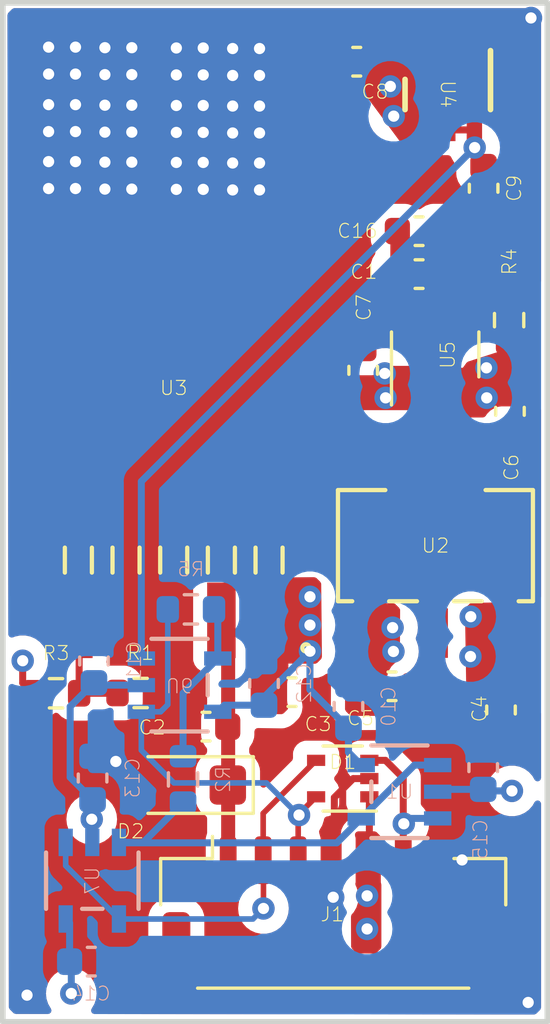
<source format=kicad_pcb>
(kicad_pcb (version 20221018) (generator pcbnew)
  (layers (0 "F.Cu" signal) (1 "In1.Cu" signal "GROUND") (2 "In2.Cu" signal "7.5V_PLANE") (3 "In3.Cu" signal "5s_PLANE") (4 "In4.Cu" signal) (31 "B.Cu" signal) (34 "B.Paste" user) (35 "F.Paste" user) (36 "B.SilkS" user "B.Silkscreen") (37 "F.SilkS" user "F.Silkscreen") (38 "B.Mask" user) (39 "F.Mask" user) (44 "Edge.Cuts" user))
  (net 0 "")
  (net 1 "-5V")
  (net 2 "GND")
  (net 3 "+5V")
  (net 4 "Net-(U5-EN)")
  (net 5 "Net-(U5-C1+)")
  (net 6 "Net-(U5-C1-)")
  (net 7 "+BATT")
  (net 8 "+7.5V")
  (net 9 "+2V5")
  (net 10 "Net-(U3-ADJ)")
  (net 11 "/DATA+")
  (net 12 "/DATA-")
  (net 13 "/DATA_SIN")
  (net 14 "/BUFFERED_DATA")
  (net 15 "Net-(U6-'-IN)")
  (footprint "Library:DBV0006A_L" (layer "F.Cu") (at 153.604998 65.185001 -90)
    (fp_text reference "U4" (at 0 0 -90 unlocked) (layer "F.SilkS") (effects (font (size 0.5 0.5) (thickness 0.04))))
    (fp_text value "REF3425IDBVR" hide)
    (fp_line (start -1.549999 -1.525001) (end 0.549999 -1.525001) (stroke (width 0.2)) (layer "F.SilkS"))
    (fp_line (start -0.525 1.525001) (end 0.549999 1.525001) (stroke (width 0.2)) (layer "F.SilkS"))
    (pad "1" smd rect (at -1.275001 -0.950001) (size 0.549999 0.800001) (layers "F.Cu" "F.Paste" "F.Mask") (net 2 "GND"))
    (pad "2" smd rect (at -1.275001 0) (size 0.549999 0.800001) (layers "F.Cu" "F.Paste" "F.Mask") (net 2 "GND"))
    (pad "3" smd rect (at -1.275001 0.949998) (size 0.549999 0.800001) (layers "F.Cu" "F.Paste" "F.Mask") (net 3 "+5V"))
    (pad "4" smd rect (at 1.274999 0.949998) (size 0.549999 0.800001) (layers "F.Cu" "F.Paste" "F.Mask") (net 3 "+5V"))
    (pad "5" smd rect (at 1.274999 0) (size 0.549999 0.800001) (layers "F.Cu" "F.Paste" "F.Mask") (net 9 "+2V5"))
    (pad "6" smd rect (at 1.274999 -0.950001) (size 0.549999 0.800001) (layers "F.Cu" "F.Paste" "F.Mask") (net 9 "+2V5"))
  )
  (footprint "Capacitor_SMD:C_0603_1608Metric" (layer "F.Cu") (at 152.58 71.6 180)
    (fp_text reference "C1" (at 1.97 0.08) (layer "F.SilkS") (effects (font (size 0.5 0.5) (thickness 0.04))))
    (fp_text value "2.2u" hide)
    (fp_line (start -0.14058 -0.51) (end 0.14058 -0.51) (stroke (width 0.12)) (layer "F.SilkS"))
    (fp_line (start -0.14058 0.51) (end 0.14058 0.51) (stroke (width 0.12)) (layer "F.SilkS"))
    (pad "1" smd roundrect (at -0.775 0 180) (size 0.9 0.95) (layers "F.Cu" "F.Paste" "F.Mask") (net 5 "Net-(U5-C1+)"))
    (pad "2" smd roundrect (at 0.775 0 180) (size 0.9 0.95) (layers "F.Cu" "F.Paste" "F.Mask") (net 6 "Net-(U5-C1-)"))
  )
  (footprint "Capacitor_SMD:C_0603_1608Metric" (layer "F.Cu") (at 151.615 86.29)
    (fp_text reference "C5" (at -1.125 1.14) (layer "F.SilkS") (effects (font (size 0.5 0.5) (thickness 0.04))))
    (fp_text value "470u" hide)
    (fp_line (start -0.14058 -0.51) (end 0.14058 -0.51) (stroke (width 0.12)) (layer "F.SilkS"))
    (fp_line (start -0.14058 0.51) (end 0.14058 0.51) (stroke (width 0.12)) (layer "F.SilkS"))
    (pad "1" smd roundrect (at -0.775 0) (size 0.9 0.95) (layers "F.Cu" "F.Paste" "F.Mask") (net 3 "+5V"))
    (pad "2" smd roundrect (at 0.775 0) (size 0.9 0.95) (layers "F.Cu" "F.Paste" "F.Mask") (net 2 "GND"))
  )
  (footprint "Capacitor_SMD:C_0603_1608Metric" (layer "F.Cu") (at 150.354999 64.03 180)
    (fp_text reference "C8" (at -0.65 -1.07) (layer "F.SilkS") (effects (font (size 0.5 0.5) (thickness 0.04))))
    (fp_text value "2.2u" hide)
    (fp_line (start -0.14058 -0.51) (end 0.14058 -0.51) (stroke (width 0.12)) (layer "F.SilkS"))
    (fp_line (start -0.14058 0.51) (end 0.14058 0.51) (stroke (width 0.12)) (layer "F.SilkS"))
    (pad "1" smd roundrect (at -0.775 0 180) (size 0.9 0.95) (layers "F.Cu" "F.Paste" "F.Mask") (net 3 "+5V"))
    (pad "2" smd roundrect (at 0.775 0 180) (size 0.9 0.95) (layers "F.Cu" "F.Paste" "F.Mask") (net 2 "GND"))
  )
  (footprint "Capacitor_SMD:C_0603_1608Metric" (layer "F.Cu") (at 144.975 87.73 180)
    (fp_text reference "C2" (at 1.925 -0.03) (layer "F.SilkS") (effects (font (size 0.5 0.5) (thickness 0.04))))
    (fp_text value "470u" hide)
    (fp_line (start -0.14058 -0.51) (end 0.14058 -0.51) (stroke (width 0.12)) (layer "F.SilkS"))
    (fp_line (start -0.14058 0.51) (end 0.14058 0.51) (stroke (width 0.12)) (layer "F.SilkS"))
    (pad "1" smd roundrect (at -0.775 0 180) (size 0.9 0.95) (layers "F.Cu" "F.Paste" "F.Mask") (net 7 "+BATT"))
    (pad "2" smd roundrect (at 0.775 0 180) (size 0.9 0.95) (layers "F.Cu" "F.Paste" "F.Mask") (net 2 "GND"))
  )
  (footprint "Connector_Molex:Molex_CLIK-Mate_502386-0770_1x07-1MP_P1.25mm_Horizontal" (layer "F.Cu") (at 149.515 94.34)
    (fp_text reference "J1" (at -0.03 0.08) (layer "F.SilkS") (effects (font (size 0.5 0.5) (thickness 0.04))))
    (fp_text value "Conn_01x07" hide)
    (fp_line (start -6.16 -1.91) (end -4.31 -1.91) (stroke (width 0.12)) (layer "F.SilkS"))
    (fp_line (start -6.16 -0.26) (end -6.16 -1.91) (stroke (width 0.12)) (layer "F.SilkS"))
    (fp_line (start -4.84 2.71) (end 4.84 2.71) (stroke (width 0.12)) (layer "F.SilkS"))
    (fp_line (start -4.31 -1.91) (end -4.31 -2.7) (stroke (width 0.12)) (layer "F.SilkS"))
    (fp_line (start 6.16 -1.91) (end 4.31 -1.91) (stroke (width 0.12)) (layer "F.SilkS"))
    (fp_line (start 6.16 -0.26) (end 6.16 -1.91) (stroke (width 0.12)) (layer "F.SilkS"))
    (pad "1" smd roundrect (at -3.75 -1.85) (size 0.6 1.7) (layers "F.Cu" "F.Paste" "F.Mask") (net 7 "+BATT"))
    (pad "2" smd roundrect (at -2.5 -1.85) (size 0.6 1.7) (layers "F.Cu" "F.Paste" "F.Mask") (net 11 "/DATA+"))
    (pad "3" smd roundrect (at -1.25 -1.85) (size 0.6 1.7) (layers "F.Cu" "F.Paste" "F.Mask") (net 12 "/DATA-"))
    (pad "4" smd roundrect (at 0 -1.85) (size 0.6 1.7) (layers "F.Cu" "F.Paste" "F.Mask") (net 2 "GND"))
    (pad "5" smd roundrect (at 1.25 -1.85) (size 0.6 1.7) (layers "F.Cu" "F.Paste" "F.Mask") (net 3 "+5V"))
    (pad "6" smd roundrect (at 2.5 -1.85) (size 0.6 1.7) (layers "F.Cu" "F.Paste" "F.Mask") (net 13 "/DATA_SIN"))
    (pad "7" smd roundrect (at 3.75 -1.85) (size 0.6 1.7) (layers "F.Cu" "F.Paste" "F.Mask") (net 2 "GND"))
    (pad "MP" smd roundrect (at -5.6 1.35) (size 1 2.7) (layers "F.Cu" "F.Paste" "F.Mask"))
    (pad "MP" smd roundrect (at 5.6 1.35) (size 1 2.7) (layers "F.Cu" "F.Paste" "F.Mask"))
  )
  (footprint "Capacitor_SMD:C_0603_1608Metric" (layer "F.Cu") (at 150.585 75.03 90)
    (fp_text reference "C7" (at 2.24 0.02 90) (layer "F.SilkS") (effects (font (size 0.5 0.5) (thickness 0.04))))
    (fp_text value "2.2u" hide)
    (fp_line (start -0.14058 -0.51) (end 0.14058 -0.51) (stroke (width 0.12)) (layer "F.SilkS"))
    (fp_line (start -0.14058 0.51) (end 0.14058 0.51) (stroke (width 0.12)) (layer "F.SilkS"))
    (pad "1" smd roundrect (at -0.775 0 90) (size 0.9 0.95) (layers "F.Cu" "F.Paste" "F.Mask") (net 1 "-5V"))
    (pad "2" smd roundrect (at 0.775 0 90) (size 0.9 0.95) (layers "F.Cu" "F.Paste" "F.Mask") (net 2 "GND"))
  )
  (footprint "Resistor_SMD:R_0603_1608Metric" (layer "F.Cu") (at 139.62 86.54)
    (fp_text reference "R3" (at 0 -1.43) (layer "F.SilkS") (effects (font (size 0.5 0.5) (thickness 0.04))))
    (fp_text value "5k" hide)
    (fp_line (start -0.237258 -0.5225) (end 0.237258 -0.5225) (stroke (width 0.12)) (layer "F.SilkS"))
    (fp_line (start -0.237258 0.5225) (end 0.237258 0.5225) (stroke (width 0.12)) (layer "F.SilkS"))
    (pad "1" smd roundrect (at -0.825 0) (size 0.8 0.95) (layers "F.Cu" "F.Paste" "F.Mask") (net 8 "+7.5V"))
    (pad "2" smd roundrect (at 0.825 0) (size 0.8 0.95) (layers "F.Cu" "F.Paste" "F.Mask") (net 10 "Net-(U3-ADJ)"))
  )
  (footprint "Resistor_SMD:R_0603_1608Metric" (layer "F.Cu") (at 142.64 86.53)
    (fp_text reference "R1" (at 0 -1.43) (layer "F.SilkS") (effects (font (size 0.5 0.5) (thickness 0.04))))
    (fp_text value "1k" hide)
    (fp_line (start -0.237258 -0.5225) (end 0.237258 -0.5225) (stroke (width 0.12)) (layer "F.SilkS"))
    (fp_line (start -0.237258 0.5225) (end 0.237258 0.5225) (stroke (width 0.12)) (layer "F.SilkS"))
    (pad "1" smd roundrect (at -0.825 0) (size 0.8 0.95) (layers "F.Cu" "F.Paste" "F.Mask") (net 10 "Net-(U3-ADJ)"))
    (pad "2" smd roundrect (at 0.825 0) (size 0.8 0.95) (layers "F.Cu" "F.Paste" "F.Mask") (net 2 "GND"))
  )
  (footprint "Diode_SMD:D_SMF" (layer "F.Cu") (at 144.3025 89.81 180)
    (fp_text reference "D2" (at 2.0175 -1.65) (layer "F.SilkS") (effects (font (size 0.5 0.5) (thickness 0.04))))
    (fp_text value "SMF24A" hide)
    (fp_line (start -2.36 -1.01) (end -2.36 1.01) (stroke (width 0.12)) (layer "F.SilkS"))
    (fp_line (start -2.36 -1.01) (end 1.4 -1.01) (stroke (width 0.12)) (layer "F.SilkS"))
    (fp_line (start -2.36 1.01) (end 1.4 1.01) (stroke (width 0.12)) (layer "F.SilkS"))
    (pad "1" smd roundrect (at -1.45 0 180) (size 1.3 1.4) (layers "F.Cu" "F.Paste" "F.Mask") (roundrect_rratio 0.1923076923) (net 7 "+BATT"))
    (pad "2" smd roundrect (at 1.45 0 180) (size 1.3 1.4) (layers "F.Cu" "F.Paste" "F.Mask") (roundrect_rratio 0.1923076923) (net 2 "GND"))
  )
  (footprint "Capacitor_SMD:C_0603_1608Metric" (layer "F.Cu") (at 155.825 76.49 -90)
    (fp_text reference "C6" (at 2 -0.05 90) (layer "F.SilkS") (effects (font (size 0.5 0.5) (thickness 0.04))))
    (fp_text value "2.2u" hide)
    (fp_line (start -0.14058 -0.51) (end 0.14058 -0.51) (stroke (width 0.12)) (layer "F.SilkS"))
    (fp_line (start -0.14058 0.51) (end 0.14058 0.51) (stroke (width 0.12)) (layer "F.SilkS"))
    (pad "1" smd roundrect (at -0.775 0 270) (size 0.9 0.95) (layers "F.Cu" "F.Paste" "F.Mask") (net 3 "+5V"))
    (pad "2" smd roundrect (at 0.775 0 270) (size 0.9 0.95) (layers "F.Cu" "F.Paste" "F.Mask") (net 2 "GND"))
  )
  (footprint "Capacitor_SMD:C_0603_1608Metric" (layer "F.Cu") (at 155.505 87.135 -90)
    (fp_text reference "C4" (at -0.04 0.77 90) (layer "F.SilkS") (effects (font (size 0.5 0.5) (thickness 0.04))))
    (fp_text value "470u" hide)
    (fp_line (start -0.14058 -0.51) (end 0.14058 -0.51) (stroke (width 0.12)) (layer "F.SilkS"))
    (fp_line (start -0.14058 0.51) (end 0.14058 0.51) (stroke (width 0.12)) (layer "F.SilkS"))
    (pad "1" smd roundrect (at -0.775 0 270) (size 0.9 0.95) (layers "F.Cu" "F.Paste" "F.Mask") (net 8 "+7.5V"))
    (pad "2" smd roundrect (at 0.775 0 270) (size 0.9 0.95) (layers "F.Cu" "F.Paste" "F.Mask") (net 2 "GND"))
  )
  (footprint "Capacitor_SMD:C_0603_1608Metric" (layer "F.Cu") (at 152.58 70.07 180)
    (fp_text reference "C16" (at 2.2 0.01) (layer "F.SilkS") (effects (font (size 0.5 0.5) (thickness 0.04))))
    (fp_text value "2.2u" hide)
    (fp_line (start -0.14058 -0.51) (end 0.14058 -0.51) (stroke (width 0.12)) (layer "F.SilkS"))
    (fp_line (start -0.14058 0.51) (end 0.14058 0.51) (stroke (width 0.12)) (layer "F.SilkS"))
    (pad "1" smd roundrect (at -0.775 0 180) (size 0.9 0.95) (layers "F.Cu" "F.Paste" "F.Mask") (net 5 "Net-(U5-C1+)"))
    (pad "2" smd roundrect (at 0.775 0 180) (size 0.9 0.95) (layers "F.Cu" "F.Paste" "F.Mask") (net 6 "Net-(U5-C1-)"))
  )
  (footprint "Capacitor_SMD:C_0603_1608Metric" (layer "F.Cu") (at 148.045 86.5)
    (fp_text reference "C3" (at 0.93 1.14) (layer "F.SilkS") (effects (font (size 0.5 0.5) (thickness 0.04))))
    (fp_text value "470u" hide)
    (fp_line (start -0.14058 -0.51) (end 0.14058 -0.51) (stroke (width 0.12)) (layer "F.SilkS"))
    (fp_line (start -0.14058 0.51) (end 0.14058 0.51) (stroke (width 0.12)) (layer "F.SilkS"))
    (pad "1" smd roundrect (at -0.775 0) (size 0.9 0.95) (layers "F.Cu" "F.Paste" "F.Mask") (net 8 "+7.5V"))
    (pad "2" smd roundrect (at 0.775 0) (size 0.9 0.95) (layers "F.Cu" "F.Paste" "F.Mask") (net 2 "GND"))
  )
  (footprint "Library:TS5B" (layer "F.Cu") (at 143.8214 75.6596)
    (fp_text reference "U3" (at 0 0 unlocked) (layer "F.SilkS") (effects (font (size 0.5 0.5) (thickness 0.04))))
    (fp_text value "LM2941CS" hide)
    (fp_line (start -3.8862 5.6896) (end -3.8862 6.5786) (stroke (width 0.1524)) (layer "F.SilkS"))
    (fp_line (start -2.921 5.6896) (end -2.921 6.5786) (stroke (width 0.1524)) (layer "F.SilkS"))
    (fp_line (start -2.1844 5.6896) (end -2.1844 6.5786) (stroke (width 0.1524)) (layer "F.SilkS"))
    (fp_line (start -1.2192 5.6896) (end -1.2192 6.5786) (stroke (width 0.1524)) (layer "F.SilkS"))
    (fp_line (start -0.4826 5.6896) (end -0.4826 6.5786) (stroke (width 0.1524)) (layer "F.SilkS"))
    (fp_line (start 0.4826 5.6896) (end 0.4826 6.5786) (stroke (width 0.1524)) (layer "F.SilkS"))
    (fp_line (start 1.2192 5.6896) (end 1.2192 6.5786) (stroke (width 0.1524)) (layer "F.SilkS"))
    (fp_line (start 2.1844 5.6896) (end 2.1844 6.5786) (stroke (width 0.1524)) (layer "F.SilkS"))
    (fp_line (start 2.921 5.6896) (end 2.921 6.5786) (stroke (width 0.1524)) (layer "F.SilkS"))
    (fp_line (start 3.8862 5.6896) (end 3.8862 6.5786) (stroke (width 0.1524)) (layer "F.SilkS"))
    (pad "1" smd rect (at -3.4036 8.2804) (size 1.016 2.6924) (layers "F.Cu" "F.Paste" "F.Mask") (net 10 "Net-(U3-ADJ)"))
    (pad "2" smd rect (at -1.7018 8.2804) (size 1.016 2.6924) (layers "F.Cu" "F.Paste" "F.Mask") (net 2 "GND"))
    (pad "3" smd rect (at 0 8.2804) (size 1.016 2.6924) (layers "F.Cu" "F.Paste" "F.Mask") (net 2 "GND"))
    (pad "4" smd rect (at 1.7018 8.2804) (size 1.016 2.6924) (layers "F.Cu" "F.Paste" "F.Mask") (net 7 "+BATT"))
    (pad "5" smd rect (at 3.4036 8.2804) (size 1.016 2.6924) (layers "F.Cu" "F.Paste" "F.Mask") (net 8 "+7.5V"))
    (pad "6" smd rect (at 0 -0.1524) (size 10.414 10.4648) (layers "F.Cu" "F.Paste" "F.Mask") (net 2 "GND"))
  )
  (footprint "Package_TO_SOT_SMD:SOT-23-6" (layer "F.Cu") (at 153.155 74.4625 90)
    (fp_text reference "U5" (at -0.02 0.45 90) (layer "F.SilkS") (effects (font (size 0.5 0.5) (thickness 0.04))))
    (fp_text value "LM2776" hide)
    (fp_line (start 0 -1.56) (end -1.8 -1.56) (stroke (width 0.12)) (layer "F.SilkS"))
    (fp_line (start 0 -1.56) (end 0.8 -1.56) (stroke (width 0.12)) (layer "F.SilkS"))
    (fp_line (start 0 1.56) (end -0.8 1.56) (stroke (width 0.12)) (layer "F.SilkS"))
    (fp_line (start 0 1.56) (end 0.8 1.56) (stroke (width 0.12)) (layer "F.SilkS"))
    (pad "1" smd roundrect (at -1.1375 -0.95 90) (size 1.325 0.6) (layers "F.Cu" "F.Paste" "F.Mask") (net 1 "-5V"))
    (pad "2" smd roundrect (at -1.1375 0 90) (size 1.325 0.6) (layers "F.Cu" "F.Paste" "F.Mask") (net 2 "GND"))
    (pad "3" smd roundrect (at -1.1375 0.95 90) (size 1.325 0.6) (layers "F.Cu" "F.Paste" "F.Mask") (net 3 "+5V"))
    (pad "4" smd roundrect (at 1.1375 0.95 90) (size 1.325 0.6) (layers "F.Cu" "F.Paste" "F.Mask") (net 4 "Net-(U5-EN)"))
    (pad "5" smd roundrect (at 1.1375 0 90) (size 1.325 0.6) (layers "F.Cu" "F.Paste" "F.Mask") (net 5 "Net-(U5-C1+)"))
    (pad "6" smd roundrect (at 1.1375 -0.95 90) (size 1.325 0.6) (layers "F.Cu" "F.Paste" "F.Mask") (net 6 "Net-(U5-C1-)"))
  )
  (footprint "Capacitor_SMD:C_0603_1608Metric" (layer "F.Cu") (at 154.885 68.54 -90)
    (fp_text reference "C9" (at 0 -1.09 90) (layer "F.SilkS") (effects (font (size 0.5 0.5) (thickness 0.04))))
    (fp_text value "10u" hide)
    (fp_line (start -0.14058 -0.51) (end 0.14058 -0.51) (stroke (width 0.12)) (layer "F.SilkS"))
    (fp_line (start -0.14058 0.51) (end 0.14058 0.51) (stroke (width 0.12)) (layer "F.SilkS"))
    (pad "1" smd roundrect (at -0.775 0 270) (size 0.9 0.95) (layers "F.Cu" "F.Paste" "F.Mask") (net 9 "+2V5"))
    (pad "2" smd roundrect (at 0.775 0 270) (size 0.9 0.95) (layers "F.Cu" "F.Paste" "F.Mask") (net 2 "GND"))
  )
  (footprint "Package_TO_SOT_SMD:SOT-353_SC-70-5" (layer "F.Cu") (at 149.855 89.58 180)
    (fp_text reference "D1" (at 0 0.59) (layer "F.SilkS") (effects (font (size 0.5 0.5) (thickness 0.04))))
    (fp_text value "SP0504BAJT" hide)
    (fp_line (start -0.7 1.16) (end 0.7 1.16) (stroke (width 0.12)) (layer "F.SilkS"))
    (fp_line (start 0.7 -1.16) (end -1.2 -1.16) (stroke (width 0.12)) (layer "F.SilkS"))
    (pad "1" smd rect (at -0.95 -0.65 180) (size 0.65 0.4) (layers "F.Cu" "F.Paste" "F.Mask") (net 3 "+5V"))
    (pad "2" smd rect (at -0.95 0 180) (size 0.65 0.4) (layers "F.Cu" "F.Paste" "F.Mask") (net 2 "GND"))
    (pad "3" smd rect (at -0.95 0.65 180) (size 0.65 0.4) (layers "F.Cu" "F.Paste" "F.Mask") (net 13 "/DATA_SIN"))
    (pad "4" smd rect (at 0.95 0.65 180) (size 0.65 0.4) (layers "F.Cu" "F.Paste" "F.Mask") (net 11 "/DATA+"))
    (pad "5" smd rect (at 0.95 -0.65 180) (size 0.65 0.4) (layers "F.Cu" "F.Paste" "F.Mask") (net 12 "/DATA-"))
  )
  (footprint "Resistor_SMD:R_0603_1608Metric" (layer "F.Cu") (at 155.795 73.24 -90)
    (fp_text reference "R4" (at -2.08 -0.01 90) (layer "F.SilkS") (effects (font (size 0.5 0.5) (thickness 0.04))))
    (fp_text value "1k" hide)
    (fp_line (start -0.237258 -0.5225) (end 0.237258 -0.5225) (stroke (width 0.12)) (layer "F.SilkS"))
    (fp_line (start -0.237258 0.5225) (end 0.237258 0.5225) (stroke (width 0.12)) (layer "F.SilkS"))
    (pad "1" smd roundrect (at -0.825 0 270) (size 0.8 0.95) (layers "F.Cu" "F.Paste" "F.Mask") (net 4 "Net-(U5-EN)"))
    (pad "2" smd roundrect (at 0.825 0 270) (size 0.8 0.95) (layers "F.Cu" "F.Paste" "F.Mask") (net 3 "+5V"))
  )
  (footprint "Library:DCY4_TEX" (layer "F.Cu") (at 153.165 81.27785)
    (fp_text reference "U2" (at 0 0 unlocked) (layer "F.SilkS") (effects (font (size 0.5 0.5) (thickness 0.04))))
    (fp_text value "UA78M05QDCYRG4Q1" hide)
    (fp_line (start -3.4798 -1.9812) (end -3.4798 1.9812) (stroke (width 0.1524)) (layer "F.SilkS"))
    (fp_line (start -3.4798 1.9812) (end -2.970842 1.9812) (stroke (width 0.1524)) (layer "F.SilkS"))
    (fp_line (start -1.789742 -1.9812) (end -3.4798 -1.9812) (stroke (width 0.1524)) (layer "F.SilkS"))
    (fp_line (start -1.651958 1.9812) (end -0.659442 1.9812) (stroke (width 0.1524)) (layer "F.SilkS"))
    (fp_line (start 0.659442 1.9812) (end 1.651958 1.9812) (stroke (width 0.1524)) (layer "F.SilkS"))
    (fp_line (start 2.970842 1.9812) (end 3.4798 1.9812) (stroke (width 0.1524)) (layer "F.SilkS"))
    (fp_line (start 3.4798 -1.9812) (end 1.789742 -1.9812) (stroke (width 0.1524)) (layer "F.SilkS"))
    (fp_line (start 3.4798 1.9812) (end 3.4798 -1.9812) (stroke (width 0.1524)) (layer "F.SilkS"))
    (fp_circle (center -4.6228 3.6449) (end -4.4958 3.6449) (stroke (width 0.1524)) (fill none) (layer "F.SilkS"))
    (pad "1" smd rect (at -2.3114 3.11785) (size 0.889 1.7653) (layers "F.Cu" "F.Paste" "F.Mask") (net 3 "+5V"))
    (pad "2" smd rect (at 0 3.11785) (size 0.889 1.7653) (layers "F.Cu" "F.Paste" "F.Mask") (net 2 "GND"))
    (pad "3" smd rect (at 2.3114 3.11785) (size 0.889 1.7653) (layers "F.Cu" "F.Paste" "F.Mask") (net 8 "+7.5V"))
    (pad "4" smd rect (at 0 -3.11785) (size 3.1496 1.7653) (layers "F.Cu" "F.Paste" "F.Mask") (net 2 "GND"))
  )
  (footprint "Capacitor_SMD:C_0603_1608Metric" (layer "B.Cu") (at 147.045 86.189998 90)
    (fp_text reference "C12" (at 0 1.43 90) (layer "B.SilkS") (effects (font (size 0.5 0.5) (thickness 0.04)) (justify mirror)))
    (fp_text value "2.2u" hide)
    (fp_line (start -0.14058 -0.51) (end 0.14058 -0.51) (stroke (width 0.12)) (layer "B.SilkS"))
    (fp_line (start -0.14058 0.51) (end 0.14058 0.51) (stroke (width 0.12)) (layer "B.SilkS"))
    (pad "1" smd roundrect (at -0.775 0 90) (size 0.9 0.95) (layers "B.Cu" "B.Paste" "B.Mask") (net 8 "+7.5V"))
    (pad "2" smd roundrect (at 0.775 0 90) (size 0.9 0.95) (layers "B.Cu" "B.Paste" "B.Mask") (net 2 "GND"))
  )
  (footprint "Capacitor_SMD:C_0603_1608Metric" (layer "B.Cu") (at 140.975 85.389998 90)
    (fp_text reference "C11" (at 0 1.43 90) (layer "B.SilkS") (effects (font (size 0.5 0.5) (thickness 0.04)) (justify mirror)))
    (fp_text value "2.2u" hide)
    (fp_line (start -0.14058 -0.51) (end 0.14058 -0.51) (stroke (width 0.12)) (layer "B.SilkS"))
    (fp_line (start -0.14058 0.51) (end 0.14058 0.51) (stroke (width 0.12)) (layer "B.SilkS"))
    (pad "1" smd roundrect (at -0.775 0 90) (size 0.9 0.95) (layers "B.Cu" "B.Paste" "B.Mask") (net 1 "-5V"))
    (pad "2" smd roundrect (at 0.775 0 90) (size 0.9 0.95) (layers "B.Cu" "B.Paste" "B.Mask") (net 2 "GND"))
  )
  (footprint "Capacitor_SMD:C_0603_1608Metric" (layer "B.Cu") (at 150.05975 87.010001 90)
    (fp_text reference "C10" (at 0 1.43 90) (layer "B.SilkS") (effects (font (size 0.5 0.5) (thickness 0.04)) (justify mirror)))
    (fp_text value "2.2u" hide)
    (fp_line (start -0.14058 -0.51) (end 0.14058 -0.51) (stroke (width 0.12)) (layer "B.SilkS"))
    (fp_line (start -0.14058 0.51) (end 0.14058 0.51) (stroke (width 0.12)) (layer "B.SilkS"))
    (pad "1" smd roundrect (at -0.775 0 90) (size 0.9 0.95) (layers "B.Cu" "B.Paste" "B.Mask") (net 8 "+7.5V"))
    (pad "2" smd roundrect (at 0.775 0 90) (size 0.9 0.95) (layers "B.Cu" "B.Paste" "B.Mask") (net 2 "GND"))
  )
  (footprint "Capacitor_SMD:C_0603_1608Metric" (layer "B.Cu") (at 140.925001 89.56025 90)
    (fp_text reference "C13" (at 0 1.43 90) (layer "B.SilkS") (effects (font (size 0.5 0.5) (thickness 0.04)) (justify mirror)))
    (fp_text value "2.2u" hide)
    (fp_line (start -0.14058 -0.51) (end 0.14058 -0.51) (stroke (width 0.12)) (layer "B.SilkS"))
    (fp_line (start -0.14058 0.51) (end 0.14058 0.51) (stroke (width 0.12)) (layer "B.SilkS"))
    (pad "1" smd roundrect (at -0.775 0 90) (size 0.9 0.95) (layers "B.Cu" "B.Paste" "B.Mask") (net 1 "-5V"))
    (pad "2" smd roundrect (at 0.775 0 90) (size 0.9 0.95) (layers "B.Cu" "B.Paste" "B.Mask") (net 2 "GND"))
  )
  (footprint "Resistor_SMD:R_0603_1608Metric" (layer "B.Cu") (at 144.155 89.61 90)
    (fp_text reference "R2" (at 0 1.43 90) (layer "B.SilkS") (effects (font (size 0.5 0.5) (thickness 0.04)) (justify mirror)))
    (fp_text value "1k" hide)
    (fp_line (start -0.237258 -0.5225) (end 0.237258 -0.5225) (stroke (width 0.12)) (layer "B.SilkS"))
    (fp_line (start -0.237258 0.5225) (end 0.237258 0.5225) (stroke (width 0.12)) (layer "B.SilkS"))
    (pad "1" smd roundrect (at -0.825 0 90) (size 0.8 0.95) (layers "B.Cu" "B.Paste" "B.Mask") (net 14 "/BUFFERED_DATA"))
    (pad "2" smd roundrect (at 0.825 0 90) (size 0.8 0.95) (layers "B.Cu" "B.Paste" "B.Mask") (net 15 "Net-(U6-'-IN)"))
  )
  (footprint "Library:DBV5_TEX" (layer "B.Cu") (at 151.87975 90.050001 180)
    (fp_text reference "U1" (at 0 0 unlocked) (layer "B.SilkS") (effects (font (size 0.5 0.5) (thickness 0.04)) (justify mirror)))
    (fp_text value "OPA187IDBVR" hide)
    (fp_line (start -1.0033 -1.651) (end 1.0033 -1.651) (stroke (width 0.1524)) (layer "B.SilkS"))
    (fp_line (start 1.0033 -0.363261) (end 1.0033 0.363261) (stroke (width 0.1524)) (layer "B.SilkS"))
    (fp_line (start 1.0033 1.651) (end -1.0033 1.651) (stroke (width 0.1524)) (layer "B.SilkS"))
    (pad "1" smd rect (at -1.36525 0.950001 180) (size 0.9779 0.508) (layers "B.Cu" "B.Paste" "B.Mask") (net 14 "/BUFFERED_DATA"))
    (pad "2" smd rect (at -1.36525 0 180) (size 0.9779 0.508) (layers "B.Cu" "B.Paste" "B.Mask") (net 1 "-5V"))
    (pad "3" smd rect (at -1.36525 -0.950001 180) (size 0.9779 0.508) (layers "B.Cu" "B.Paste" "B.Mask") (net 13 "/DATA_SIN"))
    (pad "4" smd rect (at 1.36525 -0.950001 180) (size 0.9779 0.508) (layers "B.Cu" "B.Paste" "B.Mask") (net 14 "/BUFFERED_DATA"))
    (pad "5" smd rect (at 1.36525 0.950001 180) (size 0.9779 0.508) (layers "B.Cu" "B.Paste" "B.Mask") (net 8 "+7.5V"))
  )
  (footprint "Library:DBV5_TEX" (layer "B.Cu") (at 140.915 93.22 -90)
    (fp_text reference "U7" (at 0 0 90 unlocked) (layer "B.SilkS") (effects (font (size 0.5 0.5) (thickness 0.04)) (justify mirror)))
    (fp_text value "OPA187IDBVR" hide)
    (fp_line (start -1.0033 -1.651) (end 1.0033 -1.651) (stroke (width 0.1524)) (layer "B.SilkS"))
    (fp_line (start 1.0033 -0.363261) (end 1.0033 0.363261) (stroke (width 0.1524)) (layer "B.SilkS"))
    (fp_line (start 1.0033 1.651) (end -1.0033 1.651) (stroke (width 0.1524)) (layer "B.SilkS"))
    (pad "1" smd rect (at -1.36525 0.950001 270) (size 0.9779 0.508) (layers "B.Cu" "B.Paste" "B.Mask") (net 11 "/DATA+"))
    (pad "2" smd rect (at -1.36525 0 270) (size 0.9779 0.508) (layers "B.Cu" "B.Paste" "B.Mask") (net 1 "-5V"))
    (pad "3" smd rect (at -1.36525 -0.950001 270) (size 0.9779 0.508) (layers "B.Cu" "B.Paste" "B.Mask") (net 14 "/BUFFERED_DATA"))
    (pad "4" smd rect (at 1.36525 -0.950001 270) (size 0.9779 0.508) (layers "B.Cu" "B.Paste" "B.Mask") (net 11 "/DATA+"))
    (pad "5" smd rect (at 1.36525 0.950001 270) (size 0.9779 0.508) (layers "B.Cu" "B.Paste" "B.Mask") (net 8 "+7.5V"))
  )
  (footprint "Resistor_SMD:R_0603_1608Metric" (layer "B.Cu") (at 144.435 83.549998 180)
    (fp_text reference "R5" (at 0 1.43) (layer "B.SilkS") (effects (font (size 0.5 0.5) (thickness 0.04)) (justify mirror)))
    (fp_text value "1k" hide)
    (fp_line (start -0.237258 -0.5225) (end 0.237258 -0.5225) (stroke (width 0.12)) (layer "B.SilkS"))
    (fp_line (start -0.237258 0.5225) (end 0.237258 0.5225) (stroke (width 0.12)) (layer "B.SilkS"))
    (pad "1" smd roundrect (at -0.825 0 180) (size 0.8 0.95) (layers "B.Cu" "B.Paste" "B.Mask") (net 15 "Net-(U6-'-IN)"))
    (pad "2" smd roundrect (at 0.825 0 180) (size 0.8 0.95) (layers "B.Cu" "B.Paste" "B.Mask") (net 12 "/DATA-"))
  )
  (footprint "Library:DBV5_TEX" (layer "B.Cu") (at 144.03025 86.249999)
    (fp_text reference "U6" (at 0 0 180 unlocked) (layer "B.SilkS") (effects (font (size 0.5 0.5) (thickness 0.04)) (justify mirror)))
    (fp_text value "OPA187IDBVR" hide)
    (fp_line (start -1.0033 -1.651) (end 1.0033 -1.651) (stroke (width 0.1524)) (layer "B.SilkS"))
    (fp_line (start 1.0033 -0.363261) (end 1.0033 0.363261) (stroke (width 0.1524)) (layer "B.SilkS"))
    (fp_line (start 1.0033 1.651) (end -1.0033 1.651) (stroke (width 0.1524)) (layer "B.SilkS"))
    (pad "1" smd rect (at -1.36525 0.950001) (size 0.9779 0.508) (layers "B.Cu" "B.Paste" "B.Mask") (net 12 "/DATA-"))
    (pad "2" smd rect (at -1.36525 0) (size 0.9779 0.508) (layers "B.Cu" "B.Paste" "B.Mask") (net 1 "-5V"))
    (pad "3" smd rect (at -1.36525 -0.950001) (size 0.9779 0.508) (layers "B.Cu" "B.Paste" "B.Mask") (net 9 "+2V5"))
    (pad "4" smd rect (at 1.36525 -0.950001) (size 0.9779 0.508) (layers "B.Cu" "B.Paste" "B.Mask") (net 15 "Net-(U6-'-IN)"))
    (pad "5" smd rect (at 1.36525 0.950001) (size 0.9779 0.508) (layers "B.Cu" "B.Paste" "B.Mask") (net 8 "+7.5V"))
  )
  (footprint "Capacitor_SMD:C_0603_1608Metric" (layer "B.Cu") (at 154.86975 89.190001 90)
    (fp_text reference "C15" (at -2.56 -0.1 90) (layer "B.SilkS") (effects (font (size 0.5 0.5) (thickness 0.04)) (justify mirror)))
    (fp_text value "2.2u" hide)
    (fp_line (start -0.14058 -0.51) (end 0.14058 -0.51) (stroke (width 0.12)) (layer "B.SilkS"))
    (fp_line (start -0.14058 0.51) (end 0.14058 0.51) (stroke (width 0.12)) (layer "B.SilkS"))
    (pad "1" smd roundrect (at -0.775 0 90) (size 0.9 0.95) (layers "B.Cu" "B.Paste" "B.Mask") (net 1 "-5V"))
    (pad "2" smd roundrect (at 0.775 0 90) (size 0.9 0.95) (layers "B.Cu" "B.Paste" "B.Mask") (net 2 "GND"))
  )
  (footprint "Capacitor_SMD:C_0603_1608Metric" (layer "B.Cu") (at 140.880001 96.10525)
    (fp_text reference "C14" (at -0.03 1.14) (layer "B.SilkS") (effects (font (size 0.5 0.5) (thickness 0.04)) (justify mirror)))
    (fp_text value "2.2u" hide)
    (fp_line (start -0.14058 -0.51) (end 0.14058 -0.51) (stroke (width 0.12)) (layer "B.SilkS"))
    (fp_line (start -0.14058 0.51) (end 0.14058 0.51) (stroke (width 0.12)) (layer "B.SilkS"))
    (pad "1" smd roundrect (at -0.775 0) (size 0.9 0.95) (layers "B.Cu" "B.Paste" "B.Mask") (net 8 "+7.5V"))
    (pad "2" smd roundrect (at 0.775 0) (size 0.9 0.95) (layers "B.Cu" "B.Paste" "B.Mask") (net 2 "GND"))
  )
  (gr_rect (start 137.72 61.93) (end 157.16 98.25) (stroke (width 0.2)) (fill none) (layer "Edge.Cuts"))
  (via (at 155.895 90.02) (size 0.8) (drill 0.4) (layers "F.Cu" "B.Cu") (net 1))
  (via (at 151.355 75.14) (size 0.8) (drill 0.4) (layers "F.Cu" "B.Cu") (net 1))
  (via (at 151.385 76.01) (size 0.8) (drill 0.4) (layers "F.Cu" "B.Cu") (net 1))
  (via (at 140.895 91.03) (size 0.8) (drill 0.4) (layers "F.Cu" "B.Cu") (net 1))
  (segment (start 140.975 86.164998) (end 140.125001 87.014997) (width 0.25) (layer "B.Cu") (net 1))
  (segment (start 140.925001 90.999999) (end 140.895 91.03) (width 0.25) (layer "B.Cu") (net 1))
  (segment (start 140.125001 87.014997) (end 140.125001 89.53525) (width 0.25) (layer "B.Cu") (net 1))
  (segment (start 140.915 91.85475) (end 140.915 90.345251) (width 0.25) (layer "B.Cu") (net 1))
  (segment (start 140.125001 89.53525) (end 140.925001 90.33525) (width 0.25) (layer "B.Cu") (net 1))
  (segment (start 140.925001 90.33525) (end 140.925001 90.999999) (width 0.25) (layer "B.Cu") (net 1))
  (segment (start 154.86975 89.965001) (end 153.33 89.965001) (width 0.25) (layer "B.Cu") (net 1))
  (segment (start 155.895 90.02) (end 154.924749 90.02) (width 0.25) (layer "B.Cu") (net 1))
  (segment (start 142.665 86.249999) (end 141.060001 86.249999) (width 0.25) (layer "B.Cu") (net 1))
  (segment (start 150.23 89.58) (end 149.555 90.255) (width 0.25) (layer "F.Cu") (net 2))
  (segment (start 150.805 89.58) (end 150.23 89.58) (width 0.25) (layer "F.Cu") (net 2))
  (segment (start 149.555 92.45) (end 149.515 92.49) (width 0.25) (layer "F.Cu") (net 2))
  (segment (start 149.555 90.255) (end 149.555 92.45) (width 0.25) (layer "F.Cu") (net 2))
  (via (at 149.515 93.81) (size 0.8) (drill 0.4) (layers "F.Cu" "B.Cu") (net 2))
  (via (at 144.875 64.5) (size 0.8) (drill 0.4) (layers "F.Cu" "B.Cu") (net 2))
  (via (at 143.915 66.55) (size 0.8) (drill 0.4) (layers "F.Cu" "B.Cu") (net 2))
  (via (at 156.475 97.56) (size 0.8) (drill 0.4) (layers "F.Cu" "B.Cu") (net 2))
  (via (at 145.925 64.52) (size 0.8) (drill 0.4) (layers "F.Cu" "B.Cu") (net 2))
  (via (at 143.915 64.5) (size 0.8) (drill 0.4) (layers "F.Cu" "B.Cu") (net 2))
  (via (at 143.915 65.59) (size 0.8) (drill 0.4) (layers "F.Cu" "B.Cu") (net 2))
  (via (at 156.575 62.47) (size 0.8) (drill 0.4) (layers "F.Cu" "B.Cu") (net 2))
  (via (at 154.115 92.48) (size 0.8) (drill 0.4) (layers "F.Cu" "B.Cu") (net 2))
  (via (at 140.315 64.47) (size 0.8) (drill 0.4) (layers "F.Cu" "B.Cu") (net 2))
  (via (at 141.365 67.61) (size 0.8) (drill 0.4) (layers "F.Cu" "B.Cu") (net 2))
  (via (at 143.915 63.54) (size 0.8) (drill 0.4) (layers "F.Cu" "B.Cu") (net 2))
  (via (at 146.885 65.61) (size 0.8) (drill 0.4) (layers "F.Cu" "B.Cu") (net 2))
  (via (at 145.925 68.6) (size 0.8) (drill 0.4) (layers "F.Cu" "B.Cu") (net 2))
  (via (at 144.875 65.59) (size 0.8) (drill 0.4) (layers "F.Cu" "B.Cu") (net 2))
  (via (at 144.875 66.55) (size 0.8) (drill 0.4) (layers "F.Cu" "B.Cu") (net 2))
  (via (at 142.325 66.54) (size 0.8) (drill 0.4) (layers "F.Cu" "B.Cu") (net 2))
  (via (at 141.365 65.58) (size 0.8) (drill 0.4) (layers "F.Cu" "B.Cu") (net 2))
  (via (at 142.325 63.53) (size 0.8) (drill 0.4) (layers "F.Cu" "B.Cu") (net 2))
  (via (at 145.925 63.56) (size 0.8) (drill 0.4) (layers "F.Cu" "B.Cu") (net 2))
  (via (at 141.365 63.53) (size 0.8) (drill 0.4) (layers "F.Cu" "B.Cu") (net 2))
  (via (at 140.315 67.59) (size 0.8) (drill 0.4) (layers "F.Cu" "B.Cu") (net 2))
  (via (at 144.875 67.62) (size 0.8) (drill 0.4) (layers "F.Cu" "B.Cu") (net 2))
  (via (at 146.885 66.57) (size 0.8) (drill 0.4) (layers "F.Cu" "B.Cu") (net 2))
  (via (at 146.885 67.64) (size 0.8) (drill 0.4) (layers "F.Cu" "B.Cu") (net 2))
  (via (at 140.315 66.52) (size 0.8) (drill 0.4) (layers "F.Cu" "B.Cu") (net 2))
  (via (at 143.915 67.62) (size 0.8) (drill 0.4) (layers "F.Cu" "B.Cu") (net 2))
  (via (at 142.325 67.61) (size 0.8) (drill 0.4) (layers "F.Cu" "B.Cu") (net 2))
  (via (at 145.925 65.61) (size 0.8) (drill 0.4) (layers "F.Cu" "B.Cu") (net 2))
  (via (at 140.315 63.51) (size 0.8) (drill 0.4) (layers "F.Cu" "B.Cu") (net 2))
  (via (at 143.915 68.58) (size 0.8) (drill 0.4) (layers "F.Cu" "B.Cu") (net 2))
  (via (at 139.355 65.56) (size 0.8) (drill 0.4) (layers "F.Cu" "B.Cu") (net 2))
  (via (at 140.315 65.56) (size 0.8) (drill 0.4) (layers "F.Cu" "B.Cu") (net 2))
  (via (at 142.325 64.49) (size 0.8) (drill 0.4) (layers "F.Cu" "B.Cu") (net 2))
  (via (at 142.325 65.58) (size 0.8) (drill 0.4) (layers "F.Cu" "B.Cu") (net 2))
  (via (at 142.325 68.57) (size 0.8) (drill 0.4) (layers "F.Cu" "B.Cu") (net 2))
  (via (at 146.885 68.6) (size 0.8) (drill 0.4) (layers "F.Cu" "B.Cu") (net 2))
  (via (at 144.875 63.54) (size 0.8) (drill 0.4) (layers "F.Cu" "B.Cu") (net 2))
  (via (at 145.925 66.57) (size 0.8) (drill 0.4) (layers "F.Cu" "B.Cu") (net 2))
  (via (at 144.875 68.58) (size 0.8) (drill 0.4) (layers "F.Cu" "B.Cu") (net 2))
  (via (at 141.365 68.57) (size 0.8) (drill 0.4) (layers "F.Cu" "B.Cu") (net 2))
  (via (at 146.885 63.56) (size 0.8) (drill 0.4) (layers "F.Cu" "B.Cu") (net 2))
  (via (at 139.355 64.47) (size 0.8) (drill 0.4) (layers "F.Cu" "B.Cu") (net 2))
  (via (at 141.365 66.54) (size 0.8) (drill 0.4) (layers "F.Cu" "B.Cu") (net 2))
  (via (at 139.355 66.52) (size 0.8) (drill 0.4) (layers "F.Cu" "B.Cu") (net 2))
  (via (at 141.365 64.49) (size 0.8) (drill 0.4) (layers "F.Cu" "B.Cu") (net 2))
  (via (at 138.585 97.3) (size 0.8) (drill 0.4) (layers "F.Cu" "B.Cu") (net 2))
  (via (at 140.315 68.55) (size 0.8) (drill 0.4) (layers "F.Cu" "B.Cu") (net 2))
  (via (at 139.355 68.55) (size 0.8) (drill 0.4) (layers "F.Cu" "B.Cu") (net 2))
  (via (at 139.355 67.59) (size 0.8) (drill 0.4) (layers "F.Cu" "B.Cu") (net 2))
  (via (at 145.925 67.64) (size 0.8) (drill 0.4) (layers "F.Cu" "B.Cu") (net 2))
  (via (at 146.885 64.52) (size 0.8) (drill 0.4) (layers "F.Cu" "B.Cu") (net 2))
  (via (at 141.755 88.97) (size 0.8) (drill 0.4) (layers "F.Cu" "B.Cu") (net 2))
  (via (at 139.355 63.51) (size 0.8) (drill 0.4) (layers "F.Cu" "B.Cu") (net 2))
  (segment (start 150.805 90.23) (end 150.805 92.45) (width 0.25) (layer "F.Cu") (net 3))
  (via (at 151.635 84.2) (size 0.8) (drill 0.4) (layers "F.Cu" "B.Cu") (net 3))
  (via (at 151.555 64.91) (size 0.8) (drill 0.4) (layers "F.Cu" "B.Cu") (net 3))
  (via (at 154.985 74.94) (size 0.8) (drill 0.4) (layers "F.Cu" "B.Cu") (net 3))
  (via (at 150.725 94.94) (size 0.8) (drill 0.4) (layers "F.Cu" "B.Cu") (net 3))
  (via (at 154.995 76.01) (size 0.8) (drill 0.4) (layers "F.Cu" "B.Cu") (net 3))
  (via (at 150.725 93.76) (size 0.8) (drill 0.4) (layers "F.Cu" "B.Cu") (net 3))
  (via (at 151.675 65.97) (size 0.8) (drill 0.4) (layers "F.Cu" "B.Cu") (net 3))
  (via (at 151.665 85.05) (size 0.8) (drill 0.4) (layers "F.Cu" "B.Cu") (net 3))
  (segment (start 155.795 72.415) (end 155.015 72.415) (width 0.25) (layer "F.Cu") (net 4))
  (segment (start 155.015 72.415) (end 154.105 73.325) (width 0.25) (layer "F.Cu") (net 4))
  (segment (start 153.355 73.125) (end 153.155 73.325) (width 0.25) (layer "F.Cu") (net 5))
  (segment (start 153.355 70.07) (end 153.355 71.6) (width 0.5) (layer "F.Cu") (net 5))
  (segment (start 153.355 71.6) (end 153.355 73.125) (width 0.5) (layer "F.Cu") (net 5))
  (segment (start 152.205 73.325) (end 152.205 72) (width 0.5) (layer "F.Cu") (net 6))
  (segment (start 151.805 71.6) (end 151.805 70.07) (width 0.5) (layer "F.Cu") (net 6))
  (segment (start 152.205 72) (end 151.805 71.6) (width 0.25) (layer "F.Cu") (net 6))
  (segment (start 145.765 92.49) (end 145.765 85.1482) (width 0.5) (layer "F.Cu") (net 7))
  (segment (start 138.43 85.38) (end 138.43 86.175) (width 0.25) (layer "F.Cu") (net 8))
  (segment (start 138.43 86.175) (end 138.795 86.54) (width 0.25) (layer "F.Cu") (net 8))
  (via (at 140.165 97.24) (size 0.8) (drill 0.4) (layers "F.Cu" "B.Cu") (net 8))
  (via (at 148.685 83.1) (size 0.8) (drill 0.4) (layers "F.Cu" "B.Cu") (net 8))
  (via (at 148.685 85.04) (size 0.8) (drill 0.4) (layers "F.Cu" "B.Cu") (net 8))
  (via (at 148.685 84.11) (size 0.8) (drill 0.4) (layers "F.Cu" "B.Cu") (net 8))
  (via (at 138.43 85.38) (size 0.8) (drill 0.4) (layers "F.Cu" "B.Cu") (net 8))
  (via (at 154.415 85.23) (size 0.8) (drill 0.4) (layers "F.Cu" "B.Cu") (net 8))
  (via (at 154.425 83.81) (size 0.8) (drill 0.4) (layers "F.Cu" "B.Cu") (net 8))
  (segment (start 148.685 86.410251) (end 150.05975 87.785001) (width 0.25) (layer "B.Cu") (net 8))
  (segment (start 150.05975 88.64525) (end 150.5145 89.1) (width 0.25) (layer "B.Cu") (net 8))
  (segment (start 147.045 86.964998) (end 145.630502 86.964998) (width 0.25) (layer "B.Cu") (net 8))
  (segment (start 145.630502 86.964998) (end 145.3955 87.2) (width 0.25) (layer "B.Cu") (net 8))
  (segment (start 147.045 86.68) (end 148.685 85.04) (width 0.25) (layer "B.Cu") (net 8))
  (segment (start 150.05975 87.785001) (end 150.05975 88.64525) (width 0.25) (layer "B.Cu") (net 8))
  (segment (start 140.165 97.24) (end 140.165 96.165249) (width 0.25) (layer "B.Cu") (net 8))
  (segment (start 140.105001 96.10525) (end 140.105001 94.725252) (width 0.25) (layer "B.Cu") (net 8))
  (segment (start 140.105001 94.725252) (end 139.964999 94.58525) (width 0.25) (layer "B.Cu") (net 8))
  (segment (start 148.685 85.04) (end 148.685 86.410251) (width 0.25) (layer "B.Cu") (net 8))
  (segment (start 150.05975 88.48) (end 150.05975 87.785001) (width 0.25) (layer "B.Cu") (net 8))
  (segment (start 154.554999 67.434999) (end 154.885 67.765) (width 0.25) (layer "F.Cu") (net 9))
  (segment (start 154.554999 66.46) (end 154.554999 67.434999) (width 0.25) (layer "F.Cu") (net 9))
  (segment (start 153.604998 66.46) (end 154.554999 66.46) (width 0.25) (layer "F.Cu") (net 9))
  (via (at 154.565 67.09) (size 0.8) (drill 0.4) (layers "F.Cu" "B.Cu") (net 9))
  (segment (start 154.565 67.09) (end 142.665 78.99) (width 0.25) (layer "B.Cu") (net 9))
  (segment (start 142.665 78.99) (end 142.665 85.299998) (width 0.25) (layer "B.Cu") (net 9))
  (segment (start 140.445 86.54) (end 141.805 86.54) (width 0.25) (layer "F.Cu") (net 10))
  (segment (start 140.445 86.54) (end 140.445 83.9672) (width 0.25) (layer "F.Cu") (net 10))
  (segment (start 147.025 94.21) (end 147.025 92.5) (width 0.2) (layer "F.Cu") (net 11))
  (segment (start 148.905 88.93) (end 147.015 90.82) (width 0.2) (layer "F.Cu") (net 11))
  (segment (start 147.015 90.82) (end 147.015 92.49) (width 0.2) (layer "F.Cu") (net 11))
  (via (at 147.025 94.21) (size 0.8) (drill 0.4) (layers "F.Cu" "B.Cu") (net 11))
  (segment (start 146.64975 94.58525) (end 147.025 94.21) (width 0.2) (layer "B.Cu") (net 11))
  (segment (start 139.964999 92.685248) (end 141.865001 94.58525) (width 0.2) (layer "B.Cu") (net 11))
  (segment (start 141.865001 94.58525) (end 146.64975 94.58525) (width 0.2) (layer "B.Cu") (net 11))
  (segment (start 139.964999 91.85475) (end 139.964999 92.685248) (width 0.2) (layer "B.Cu") (net 11))
  (segment (start 148.265 90.87) (end 148.905 90.23) (width 0.2) (layer "F.Cu") (net 12))
  (segment (start 148.265 92.49) (end 148.265 90.87) (width 0.2) (layer "F.Cu") (net 12))
  (via (at 148.295 90.88) (size 0.8) (drill 0.4) (layers "F.Cu" "B.Cu") (net 12))
  (segment (start 143.61 86.94395) (end 143.35395 87.2) (width 0.2) (layer "B.Cu") (net 12))
  (segment (start 147.13 89.735) (end 148.265 90.87) (width 0.2) (layer "B.Cu") (net 12))
  (segment (start 142.665 87.2) (end 142.665 88.57) (width 0.2) (layer "B.Cu") (net 12))
  (segment (start 143.35395 87.2) (end 142.665 87.2) (width 0.2) (layer "B.Cu") (net 12))
  (segment (start 143.83 89.735) (end 147.13 89.735) (width 0.2) (layer "B.Cu") (net 12))
  (segment (start 142.665 88.57) (end 143.83 89.735) (width 0.2) (layer "B.Cu") (net 12))
  (segment (start 143.61 83.549998) (end 143.61 86.94395) (width 0.2) (layer "B.Cu") (net 12))
  (segment (start 152.015 89.565) (end 152.015 92.49) (width 0.25) (layer "F.Cu") (net 13))
  (segment (start 151.38 88.93) (end 152.015 89.565) (width 0.25) (layer "F.Cu") (net 13))
  (segment (start 150.805 88.93) (end 151.38 88.93) (width 0.25) (layer "F.Cu") (net 13))
  (via (at 152.035 91.19) (size 0.8) (drill 0.4) (layers "F.Cu" "B.Cu") (net 13))
  (segment (start 152.214998 91.000002) (end 152.055 91.16) (width 0.25) (layer "B.Cu") (net 13))
  (segment (start 153.245 91.000002) (end 152.214998 91.000002) (width 0.25) (layer "B.Cu") (net 13))
  (segment (start 149.644502 91.87) (end 150.5145 91.000002) (width 0.25) (layer "B.Cu") (net 14))
  (segment (start 152.414502 89.1) (end 150.5145 91.000002) (width 0.25) (layer "B.Cu") (net 14))
  (segment (start 153.245 89.1) (end 152.414502 89.1) (width 0.25) (layer "B.Cu") (net 14))
  (segment (start 141.865001 91.85475) (end 142.73525 91.85475) (width 0.25) (layer "B.Cu") (net 14))
  (segment (start 142.73525 91.85475) (end 144.155 90.435) (width 0.25) (layer "B.Cu") (net 14))
  (segment (start 141.880251 91.87) (end 149.644502 91.87) (width 0.25) (layer "B.Cu") (net 14))
  (segment (start 145.3955 85.299998) (end 145.3955 83.685498) (width 0.25) (layer "B.Cu") (net 15))
  (segment (start 144.155 86.540498) (end 144.155 88.785) (width 0.25) (layer "B.Cu") (net 15))
  (segment (start 145.3955 85.299998) (end 144.155 86.540498) (width 0.25) (layer "B.Cu") (net 15))
  (zone (net 3) (net_name "+5V") (layer "F.Cu") (priority 6) (connect_pads yes (clearance 0.5)) (min_thickness 0.25) (fill yes (thermal_gap 0.5) (thermal_bridge_width 0.5) (smoothing chamfer) (radius 0.2))
    (polygon (pts (xy 150.135 91.46) (xy 151.235 91.46) (xy 151.235 95.82) (xy 150.155 95.81)))
  )
  (zone (net 3) (net_name "+5V") (layer "F.Cu") (priority 4) (connect_pads yes (clearance 0.5)) (min_thickness 0.25) (fill yes (thermal_gap 0.5) (thermal_bridge_width 0.5) (smoothing chamfer) (radius 0.2))
    (polygon (pts (xy 149.955 83.34) (xy 151.905 83.33) (xy 151.885 87.34) (xy 149.935 87.35)))
  )
  (zone (net 3) (net_name "+5V") (layer "F.Cu") (priority 7) (connect_pads yes (clearance 0.5)) (min_thickness 0.25) (fill yes (thermal_gap 0.5) (thermal_bridge_width 0.5) (smoothing chamfer) (radius 0.2))
    (polygon (pts (xy 154.125 76.71) (xy 154.105 74.79) (xy 156.245 74.1) (xy 156.225 76.71)))
  )
  (zone (net 3) (net_name "+5V") (layer "F.Cu") (priority 12) (connect_pads yes (clearance 0.5)) (min_thickness 0.25) (fill yes (thermal_gap 0.5) (thermal_bridge_width 0.5) (smoothing chamfer) (radius 0.2))
    (polygon (pts (xy 153.125 67.05) (xy 153.115 63.29) (xy 150.265 63.41) (xy 150.315 64.74) (xy 152.035 67.06)))
  )
  (zone (net 1) (net_name "-5V") (layer "F.Cu") (priority 8) (connect_pads yes (clearance 0.5)) (min_thickness 0.25) (fill yes (thermal_gap 0.5) (thermal_bridge_width 0.5) (smoothing chamfer) (radius 0.2))
    (polygon (pts (xy 152.765 76.45) (xy 149.675 76.45) (xy 149.675 74.87) (xy 152.765 74.87)))
  )
  (zone (net 8) (net_name "+7.5V") (layer "F.Cu") (priority 10) (connect_pads yes (clearance 0.5)) (min_thickness 0.25) (fill yes (thermal_gap 0.5) (thermal_bridge_width 0.5) (smoothing chamfer) (radius 0.2))
    (polygon (pts (xy 146.585 82.42) (xy 149.085 82.4) (xy 149.115 85.49) (xy 147.915 85.48) (xy 147.915 87.29) (xy 146.565 87.27)))
  )
  (zone (net 8) (net_name "+7.5V") (layer "F.Cu") (priority 5) (connect_pads yes (clearance 0.5)) (min_thickness 0.25) (fill yes (thermal_gap 0.5) (thermal_bridge_width 0.5) (smoothing chamfer) (radius 0.2))
    (polygon (pts (xy 154.275 87.03) (xy 156.395 87) (xy 156.335 83.29) (xy 154.215 83.32)))
  )
  (zone (net 2) (net_name "GND") (layers "F.Cu" "In1.Cu" "In4.Cu" "B.Cu") (connect_pads yes (clearance 0.5)) (min_thickness 0.25) (fill yes (thermal_gap 0.5) (thermal_bridge_width 0.5) (smoothing chamfer) (radius 0.2))
    (polygon (pts (xy 137.885 62.12) (xy 156.935 62.12) (xy 156.935 97.99) (xy 137.935 97.97)))
  )
)
</source>
